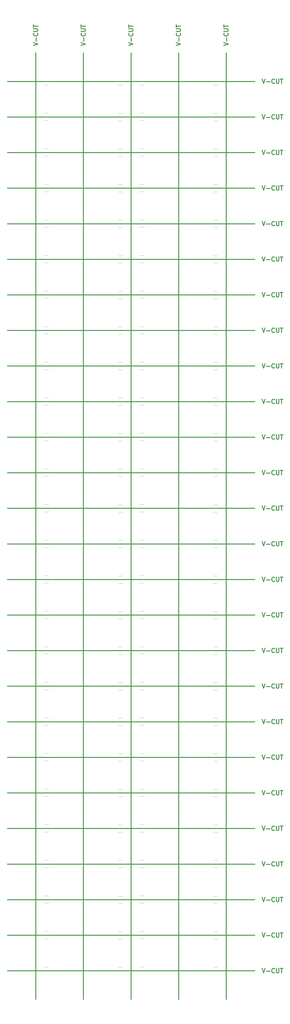
<source format=gbr>
G04 #@! TF.GenerationSoftware,KiCad,Pcbnew,6.0.0-rc2-unknown-a17a58203b~144~ubuntu21.04.1*
G04 #@! TF.CreationDate,2022-06-23T18:37:23+02:00*
G04 #@! TF.ProjectId,out,6f75742e-6b69-4636-9164-5f7063625858,rev?*
G04 #@! TF.SameCoordinates,Original*
G04 #@! TF.FileFunction,Other,Comment*
%FSLAX46Y46*%
G04 Gerber Fmt 4.6, Leading zero omitted, Abs format (unit mm)*
G04 Created by KiCad (PCBNEW 6.0.0-rc2-unknown-a17a58203b~144~ubuntu21.04.1) date 2022-06-23 18:37:23*
%MOMM*%
%LPD*%
G01*
G04 APERTURE LIST*
%ADD10C,0.400000*%
%ADD11C,0.010160*%
G04 APERTURE END LIST*
D10*
X-3000000Y-123924999D02*
X110100000Y-123924999D01*
X-3000000Y-237849999D02*
X110100000Y-237849999D01*
X-3000000Y-189024999D02*
X110100000Y-189024999D01*
X53550000Y3000000D02*
X53550000Y-429879999D01*
X-3000000Y-351775000D02*
X110100000Y-351775000D01*
X-3000000Y-254124999D02*
X110100000Y-254124999D01*
X75324999Y3000000D02*
X75324999Y-429879999D01*
X-3000000Y-75100000D02*
X110100000Y-75100000D01*
X-3000000Y-10000000D02*
X110100000Y-10000000D01*
X-3000000Y-91375000D02*
X110100000Y-91375000D01*
X-3000000Y-319224999D02*
X110100000Y-319224999D01*
X-3000000Y-26275000D02*
X110100000Y-26275000D01*
X-3000000Y-107649999D02*
X110100000Y-107649999D01*
X-3000000Y-400599999D02*
X110100000Y-400599999D01*
X-3000000Y-416874999D02*
X110100000Y-416874999D01*
X10000000Y3000000D02*
X10000000Y-429879999D01*
X-3000000Y-58824999D02*
X110100000Y-58824999D01*
X-3000000Y-368049999D02*
X110100000Y-368049999D01*
X-3000000Y-156475000D02*
X110100000Y-156475000D01*
X97100000Y3000000D02*
X97100000Y-429879999D01*
X-3000000Y-140200000D02*
X110100000Y-140200000D01*
X-3000000Y-286674999D02*
X110100000Y-286674999D01*
X-3000000Y-221575000D02*
X110100000Y-221575000D01*
X-3000000Y-335500000D02*
X110100000Y-335500000D01*
X-3000000Y-384325000D02*
X110100000Y-384325000D01*
X-3000000Y-42550000D02*
X110100000Y-42550000D01*
X-3000000Y-205299999D02*
X110100000Y-205299999D01*
X-3000000Y-270400000D02*
X110100000Y-270400000D01*
X-3000000Y-302950000D02*
X110100000Y-302950000D01*
X-3000000Y-172750000D02*
X110100000Y-172750000D01*
X31775000Y3000000D02*
X31775000Y-429879999D01*
X113550476Y-366954760D02*
X114217142Y-368954760D01*
X114883809Y-366954760D01*
X115550476Y-368192856D02*
X117074285Y-368192856D01*
X119169523Y-368764284D02*
X119074285Y-368859522D01*
X118788571Y-368954760D01*
X118598095Y-368954760D01*
X118312380Y-368859522D01*
X118121904Y-368669046D01*
X118026666Y-368478570D01*
X117931428Y-368097618D01*
X117931428Y-367811903D01*
X118026666Y-367430951D01*
X118121904Y-367240475D01*
X118312380Y-367049999D01*
X118598095Y-366954760D01*
X118788571Y-366954760D01*
X119074285Y-367049999D01*
X119169523Y-367145237D01*
X120026666Y-366954760D02*
X120026666Y-368573808D01*
X120121904Y-368764284D01*
X120217142Y-368859522D01*
X120407619Y-368954760D01*
X120788571Y-368954760D01*
X120979047Y-368859522D01*
X121074285Y-368764284D01*
X121169523Y-368573808D01*
X121169523Y-366954760D01*
X121836190Y-366954760D02*
X122979047Y-366954760D01*
X122407619Y-368954760D02*
X122407619Y-366954760D01*
X113550476Y-220479761D02*
X114217142Y-222479761D01*
X114883809Y-220479761D01*
X115550476Y-221717857D02*
X117074285Y-221717857D01*
X119169523Y-222289285D02*
X119074285Y-222384523D01*
X118788571Y-222479761D01*
X118598095Y-222479761D01*
X118312380Y-222384523D01*
X118121904Y-222194047D01*
X118026666Y-222003571D01*
X117931428Y-221622619D01*
X117931428Y-221336904D01*
X118026666Y-220955952D01*
X118121904Y-220765476D01*
X118312380Y-220575000D01*
X118598095Y-220479761D01*
X118788571Y-220479761D01*
X119074285Y-220575000D01*
X119169523Y-220670238D01*
X120026666Y-220479761D02*
X120026666Y-222098809D01*
X120121904Y-222289285D01*
X120217142Y-222384523D01*
X120407619Y-222479761D01*
X120788571Y-222479761D01*
X120979047Y-222384523D01*
X121074285Y-222289285D01*
X121169523Y-222098809D01*
X121169523Y-220479761D01*
X121836190Y-220479761D02*
X122979047Y-220479761D01*
X122407619Y-222479761D02*
X122407619Y-220479761D01*
X113550476Y-74004761D02*
X114217142Y-76004761D01*
X114883809Y-74004761D01*
X115550476Y-75242857D02*
X117074285Y-75242857D01*
X119169523Y-75814285D02*
X119074285Y-75909523D01*
X118788571Y-76004761D01*
X118598095Y-76004761D01*
X118312380Y-75909523D01*
X118121904Y-75719047D01*
X118026666Y-75528571D01*
X117931428Y-75147619D01*
X117931428Y-74861904D01*
X118026666Y-74480952D01*
X118121904Y-74290476D01*
X118312380Y-74100000D01*
X118598095Y-74004761D01*
X118788571Y-74004761D01*
X119074285Y-74100000D01*
X119169523Y-74195238D01*
X120026666Y-74004761D02*
X120026666Y-75623809D01*
X120121904Y-75814285D01*
X120217142Y-75909523D01*
X120407619Y-76004761D01*
X120788571Y-76004761D01*
X120979047Y-75909523D01*
X121074285Y-75814285D01*
X121169523Y-75623809D01*
X121169523Y-74004761D01*
X121836190Y-74004761D02*
X122979047Y-74004761D01*
X122407619Y-76004761D02*
X122407619Y-74004761D01*
X113550476Y-25179761D02*
X114217142Y-27179761D01*
X114883809Y-25179761D01*
X115550476Y-26417857D02*
X117074285Y-26417857D01*
X119169523Y-26989285D02*
X119074285Y-27084523D01*
X118788571Y-27179761D01*
X118598095Y-27179761D01*
X118312380Y-27084523D01*
X118121904Y-26894047D01*
X118026666Y-26703571D01*
X117931428Y-26322619D01*
X117931428Y-26036904D01*
X118026666Y-25655952D01*
X118121904Y-25465476D01*
X118312380Y-25275000D01*
X118598095Y-25179761D01*
X118788571Y-25179761D01*
X119074285Y-25275000D01*
X119169523Y-25370238D01*
X120026666Y-25179761D02*
X120026666Y-26798809D01*
X120121904Y-26989285D01*
X120217142Y-27084523D01*
X120407619Y-27179761D01*
X120788571Y-27179761D01*
X120979047Y-27084523D01*
X121074285Y-26989285D01*
X121169523Y-26798809D01*
X121169523Y-25179761D01*
X121836190Y-25179761D02*
X122979047Y-25179761D01*
X122407619Y-27179761D02*
X122407619Y-25179761D01*
X113550476Y-171654761D02*
X114217142Y-173654761D01*
X114883809Y-171654761D01*
X115550476Y-172892857D02*
X117074285Y-172892857D01*
X119169523Y-173464285D02*
X119074285Y-173559523D01*
X118788571Y-173654761D01*
X118598095Y-173654761D01*
X118312380Y-173559523D01*
X118121904Y-173369047D01*
X118026666Y-173178571D01*
X117931428Y-172797619D01*
X117931428Y-172511904D01*
X118026666Y-172130952D01*
X118121904Y-171940476D01*
X118312380Y-171750000D01*
X118598095Y-171654761D01*
X118788571Y-171654761D01*
X119074285Y-171750000D01*
X119169523Y-171845238D01*
X120026666Y-171654761D02*
X120026666Y-173273809D01*
X120121904Y-173464285D01*
X120217142Y-173559523D01*
X120407619Y-173654761D01*
X120788571Y-173654761D01*
X120979047Y-173559523D01*
X121074285Y-173464285D01*
X121169523Y-173273809D01*
X121169523Y-171654761D01*
X121836190Y-171654761D02*
X122979047Y-171654761D01*
X122407619Y-173654761D02*
X122407619Y-171654761D01*
X113550476Y-269304761D02*
X114217142Y-271304761D01*
X114883809Y-269304761D01*
X115550476Y-270542857D02*
X117074285Y-270542857D01*
X119169523Y-271114285D02*
X119074285Y-271209523D01*
X118788571Y-271304761D01*
X118598095Y-271304761D01*
X118312380Y-271209523D01*
X118121904Y-271019047D01*
X118026666Y-270828571D01*
X117931428Y-270447619D01*
X117931428Y-270161904D01*
X118026666Y-269780952D01*
X118121904Y-269590476D01*
X118312380Y-269400000D01*
X118598095Y-269304761D01*
X118788571Y-269304761D01*
X119074285Y-269400000D01*
X119169523Y-269495238D01*
X120026666Y-269304761D02*
X120026666Y-270923809D01*
X120121904Y-271114285D01*
X120217142Y-271209523D01*
X120407619Y-271304761D01*
X120788571Y-271304761D01*
X120979047Y-271209523D01*
X121074285Y-271114285D01*
X121169523Y-270923809D01*
X121169523Y-269304761D01*
X121836190Y-269304761D02*
X122979047Y-269304761D01*
X122407619Y-271304761D02*
X122407619Y-269304761D01*
X113550476Y-318129760D02*
X114217142Y-320129760D01*
X114883809Y-318129760D01*
X115550476Y-319367856D02*
X117074285Y-319367856D01*
X119169523Y-319939284D02*
X119074285Y-320034522D01*
X118788571Y-320129760D01*
X118598095Y-320129760D01*
X118312380Y-320034522D01*
X118121904Y-319844046D01*
X118026666Y-319653570D01*
X117931428Y-319272618D01*
X117931428Y-318986903D01*
X118026666Y-318605951D01*
X118121904Y-318415475D01*
X118312380Y-318224999D01*
X118598095Y-318129760D01*
X118788571Y-318129760D01*
X119074285Y-318224999D01*
X119169523Y-318320237D01*
X120026666Y-318129760D02*
X120026666Y-319748808D01*
X120121904Y-319939284D01*
X120217142Y-320034522D01*
X120407619Y-320129760D01*
X120788571Y-320129760D01*
X120979047Y-320034522D01*
X121074285Y-319939284D01*
X121169523Y-319748808D01*
X121169523Y-318129760D01*
X121836190Y-318129760D02*
X122979047Y-318129760D01*
X122407619Y-320129760D02*
X122407619Y-318129760D01*
X113550476Y-204204760D02*
X114217142Y-206204760D01*
X114883809Y-204204760D01*
X115550476Y-205442856D02*
X117074285Y-205442856D01*
X119169523Y-206014284D02*
X119074285Y-206109522D01*
X118788571Y-206204760D01*
X118598095Y-206204760D01*
X118312380Y-206109522D01*
X118121904Y-205919046D01*
X118026666Y-205728570D01*
X117931428Y-205347618D01*
X117931428Y-205061903D01*
X118026666Y-204680951D01*
X118121904Y-204490475D01*
X118312380Y-204299999D01*
X118598095Y-204204760D01*
X118788571Y-204204760D01*
X119074285Y-204299999D01*
X119169523Y-204395237D01*
X120026666Y-204204760D02*
X120026666Y-205823808D01*
X120121904Y-206014284D01*
X120217142Y-206109522D01*
X120407619Y-206204760D01*
X120788571Y-206204760D01*
X120979047Y-206109522D01*
X121074285Y-206014284D01*
X121169523Y-205823808D01*
X121169523Y-204204760D01*
X121836190Y-204204760D02*
X122979047Y-204204760D01*
X122407619Y-206204760D02*
X122407619Y-204204760D01*
X113550476Y-383229761D02*
X114217142Y-385229761D01*
X114883809Y-383229761D01*
X115550476Y-384467857D02*
X117074285Y-384467857D01*
X119169523Y-385039285D02*
X119074285Y-385134523D01*
X118788571Y-385229761D01*
X118598095Y-385229761D01*
X118312380Y-385134523D01*
X118121904Y-384944047D01*
X118026666Y-384753571D01*
X117931428Y-384372619D01*
X117931428Y-384086904D01*
X118026666Y-383705952D01*
X118121904Y-383515476D01*
X118312380Y-383325000D01*
X118598095Y-383229761D01*
X118788571Y-383229761D01*
X119074285Y-383325000D01*
X119169523Y-383420238D01*
X120026666Y-383229761D02*
X120026666Y-384848809D01*
X120121904Y-385039285D01*
X120217142Y-385134523D01*
X120407619Y-385229761D01*
X120788571Y-385229761D01*
X120979047Y-385134523D01*
X121074285Y-385039285D01*
X121169523Y-384848809D01*
X121169523Y-383229761D01*
X121836190Y-383229761D02*
X122979047Y-383229761D01*
X122407619Y-385229761D02*
X122407619Y-383229761D01*
X113550476Y-122829760D02*
X114217142Y-124829760D01*
X114883809Y-122829760D01*
X115550476Y-124067856D02*
X117074285Y-124067856D01*
X119169523Y-124639284D02*
X119074285Y-124734522D01*
X118788571Y-124829760D01*
X118598095Y-124829760D01*
X118312380Y-124734522D01*
X118121904Y-124544046D01*
X118026666Y-124353570D01*
X117931428Y-123972618D01*
X117931428Y-123686903D01*
X118026666Y-123305951D01*
X118121904Y-123115475D01*
X118312380Y-122924999D01*
X118598095Y-122829760D01*
X118788571Y-122829760D01*
X119074285Y-122924999D01*
X119169523Y-123020237D01*
X120026666Y-122829760D02*
X120026666Y-124448808D01*
X120121904Y-124639284D01*
X120217142Y-124734522D01*
X120407619Y-124829760D01*
X120788571Y-124829760D01*
X120979047Y-124734522D01*
X121074285Y-124639284D01*
X121169523Y-124448808D01*
X121169523Y-122829760D01*
X121836190Y-122829760D02*
X122979047Y-122829760D01*
X122407619Y-124829760D02*
X122407619Y-122829760D01*
X113550476Y-350679761D02*
X114217142Y-352679761D01*
X114883809Y-350679761D01*
X115550476Y-351917857D02*
X117074285Y-351917857D01*
X119169523Y-352489285D02*
X119074285Y-352584523D01*
X118788571Y-352679761D01*
X118598095Y-352679761D01*
X118312380Y-352584523D01*
X118121904Y-352394047D01*
X118026666Y-352203571D01*
X117931428Y-351822619D01*
X117931428Y-351536904D01*
X118026666Y-351155952D01*
X118121904Y-350965476D01*
X118312380Y-350775000D01*
X118598095Y-350679761D01*
X118788571Y-350679761D01*
X119074285Y-350775000D01*
X119169523Y-350870238D01*
X120026666Y-350679761D02*
X120026666Y-352298809D01*
X120121904Y-352489285D01*
X120217142Y-352584523D01*
X120407619Y-352679761D01*
X120788571Y-352679761D01*
X120979047Y-352584523D01*
X121074285Y-352489285D01*
X121169523Y-352298809D01*
X121169523Y-350679761D01*
X121836190Y-350679761D02*
X122979047Y-350679761D01*
X122407619Y-352679761D02*
X122407619Y-350679761D01*
X113550476Y-187929760D02*
X114217142Y-189929760D01*
X114883809Y-187929760D01*
X115550476Y-189167856D02*
X117074285Y-189167856D01*
X119169523Y-189739284D02*
X119074285Y-189834522D01*
X118788571Y-189929760D01*
X118598095Y-189929760D01*
X118312380Y-189834522D01*
X118121904Y-189644046D01*
X118026666Y-189453570D01*
X117931428Y-189072618D01*
X117931428Y-188786903D01*
X118026666Y-188405951D01*
X118121904Y-188215475D01*
X118312380Y-188024999D01*
X118598095Y-187929760D01*
X118788571Y-187929760D01*
X119074285Y-188024999D01*
X119169523Y-188120237D01*
X120026666Y-187929760D02*
X120026666Y-189548808D01*
X120121904Y-189739284D01*
X120217142Y-189834522D01*
X120407619Y-189929760D01*
X120788571Y-189929760D01*
X120979047Y-189834522D01*
X121074285Y-189739284D01*
X121169523Y-189548808D01*
X121169523Y-187929760D01*
X121836190Y-187929760D02*
X122979047Y-187929760D01*
X122407619Y-189929760D02*
X122407619Y-187929760D01*
X113550476Y-236754760D02*
X114217142Y-238754760D01*
X114883809Y-236754760D01*
X115550476Y-237992856D02*
X117074285Y-237992856D01*
X119169523Y-238564284D02*
X119074285Y-238659522D01*
X118788571Y-238754760D01*
X118598095Y-238754760D01*
X118312380Y-238659522D01*
X118121904Y-238469046D01*
X118026666Y-238278570D01*
X117931428Y-237897618D01*
X117931428Y-237611903D01*
X118026666Y-237230951D01*
X118121904Y-237040475D01*
X118312380Y-236849999D01*
X118598095Y-236754760D01*
X118788571Y-236754760D01*
X119074285Y-236849999D01*
X119169523Y-236945237D01*
X120026666Y-236754760D02*
X120026666Y-238373808D01*
X120121904Y-238564284D01*
X120217142Y-238659522D01*
X120407619Y-238754760D01*
X120788571Y-238754760D01*
X120979047Y-238659522D01*
X121074285Y-238564284D01*
X121169523Y-238373808D01*
X121169523Y-236754760D01*
X121836190Y-236754760D02*
X122979047Y-236754760D01*
X122407619Y-238754760D02*
X122407619Y-236754760D01*
X30679761Y6450476D02*
X32679761Y7117142D01*
X30679761Y7783809D01*
X31917857Y8450476D02*
X31917857Y9974285D01*
X32489285Y12069523D02*
X32584523Y11974285D01*
X32679761Y11688571D01*
X32679761Y11498095D01*
X32584523Y11212380D01*
X32394047Y11021904D01*
X32203571Y10926666D01*
X31822619Y10831428D01*
X31536904Y10831428D01*
X31155952Y10926666D01*
X30965476Y11021904D01*
X30775000Y11212380D01*
X30679761Y11498095D01*
X30679761Y11688571D01*
X30775000Y11974285D01*
X30870238Y12069523D01*
X30679761Y12926666D02*
X32298809Y12926666D01*
X32489285Y13021904D01*
X32584523Y13117142D01*
X32679761Y13307619D01*
X32679761Y13688571D01*
X32584523Y13879047D01*
X32489285Y13974285D01*
X32298809Y14069523D01*
X30679761Y14069523D01*
X30679761Y14736190D02*
X30679761Y15879047D01*
X32679761Y15307619D02*
X30679761Y15307619D01*
X113550476Y-415779760D02*
X114217142Y-417779760D01*
X114883809Y-415779760D01*
X115550476Y-417017856D02*
X117074285Y-417017856D01*
X119169523Y-417589284D02*
X119074285Y-417684522D01*
X118788571Y-417779760D01*
X118598095Y-417779760D01*
X118312380Y-417684522D01*
X118121904Y-417494046D01*
X118026666Y-417303570D01*
X117931428Y-416922618D01*
X117931428Y-416636903D01*
X118026666Y-416255951D01*
X118121904Y-416065475D01*
X118312380Y-415874999D01*
X118598095Y-415779760D01*
X118788571Y-415779760D01*
X119074285Y-415874999D01*
X119169523Y-415970237D01*
X120026666Y-415779760D02*
X120026666Y-417398808D01*
X120121904Y-417589284D01*
X120217142Y-417684522D01*
X120407619Y-417779760D01*
X120788571Y-417779760D01*
X120979047Y-417684522D01*
X121074285Y-417589284D01*
X121169523Y-417398808D01*
X121169523Y-415779760D01*
X121836190Y-415779760D02*
X122979047Y-415779760D01*
X122407619Y-417779760D02*
X122407619Y-415779760D01*
X113550476Y-41454761D02*
X114217142Y-43454761D01*
X114883809Y-41454761D01*
X115550476Y-42692857D02*
X117074285Y-42692857D01*
X119169523Y-43264285D02*
X119074285Y-43359523D01*
X118788571Y-43454761D01*
X118598095Y-43454761D01*
X118312380Y-43359523D01*
X118121904Y-43169047D01*
X118026666Y-42978571D01*
X117931428Y-42597619D01*
X117931428Y-42311904D01*
X118026666Y-41930952D01*
X118121904Y-41740476D01*
X118312380Y-41550000D01*
X118598095Y-41454761D01*
X118788571Y-41454761D01*
X119074285Y-41550000D01*
X119169523Y-41645238D01*
X120026666Y-41454761D02*
X120026666Y-43073809D01*
X120121904Y-43264285D01*
X120217142Y-43359523D01*
X120407619Y-43454761D01*
X120788571Y-43454761D01*
X120979047Y-43359523D01*
X121074285Y-43264285D01*
X121169523Y-43073809D01*
X121169523Y-41454761D01*
X121836190Y-41454761D02*
X122979047Y-41454761D01*
X122407619Y-43454761D02*
X122407619Y-41454761D01*
X113550476Y-301854761D02*
X114217142Y-303854761D01*
X114883809Y-301854761D01*
X115550476Y-303092857D02*
X117074285Y-303092857D01*
X119169523Y-303664285D02*
X119074285Y-303759523D01*
X118788571Y-303854761D01*
X118598095Y-303854761D01*
X118312380Y-303759523D01*
X118121904Y-303569047D01*
X118026666Y-303378571D01*
X117931428Y-302997619D01*
X117931428Y-302711904D01*
X118026666Y-302330952D01*
X118121904Y-302140476D01*
X118312380Y-301950000D01*
X118598095Y-301854761D01*
X118788571Y-301854761D01*
X119074285Y-301950000D01*
X119169523Y-302045238D01*
X120026666Y-301854761D02*
X120026666Y-303473809D01*
X120121904Y-303664285D01*
X120217142Y-303759523D01*
X120407619Y-303854761D01*
X120788571Y-303854761D01*
X120979047Y-303759523D01*
X121074285Y-303664285D01*
X121169523Y-303473809D01*
X121169523Y-301854761D01*
X121836190Y-301854761D02*
X122979047Y-301854761D01*
X122407619Y-303854761D02*
X122407619Y-301854761D01*
X96004761Y6450476D02*
X98004761Y7117142D01*
X96004761Y7783809D01*
X97242857Y8450476D02*
X97242857Y9974285D01*
X97814285Y12069523D02*
X97909523Y11974285D01*
X98004761Y11688571D01*
X98004761Y11498095D01*
X97909523Y11212380D01*
X97719047Y11021904D01*
X97528571Y10926666D01*
X97147619Y10831428D01*
X96861904Y10831428D01*
X96480952Y10926666D01*
X96290476Y11021904D01*
X96100000Y11212380D01*
X96004761Y11498095D01*
X96004761Y11688571D01*
X96100000Y11974285D01*
X96195238Y12069523D01*
X96004761Y12926666D02*
X97623809Y12926666D01*
X97814285Y13021904D01*
X97909523Y13117142D01*
X98004761Y13307619D01*
X98004761Y13688571D01*
X97909523Y13879047D01*
X97814285Y13974285D01*
X97623809Y14069523D01*
X96004761Y14069523D01*
X96004761Y14736190D02*
X96004761Y15879047D01*
X98004761Y15307619D02*
X96004761Y15307619D01*
X113550476Y-399504760D02*
X114217142Y-401504760D01*
X114883809Y-399504760D01*
X115550476Y-400742856D02*
X117074285Y-400742856D01*
X119169523Y-401314284D02*
X119074285Y-401409522D01*
X118788571Y-401504760D01*
X118598095Y-401504760D01*
X118312380Y-401409522D01*
X118121904Y-401219046D01*
X118026666Y-401028570D01*
X117931428Y-400647618D01*
X117931428Y-400361903D01*
X118026666Y-399980951D01*
X118121904Y-399790475D01*
X118312380Y-399599999D01*
X118598095Y-399504760D01*
X118788571Y-399504760D01*
X119074285Y-399599999D01*
X119169523Y-399695237D01*
X120026666Y-399504760D02*
X120026666Y-401123808D01*
X120121904Y-401314284D01*
X120217142Y-401409522D01*
X120407619Y-401504760D01*
X120788571Y-401504760D01*
X120979047Y-401409522D01*
X121074285Y-401314284D01*
X121169523Y-401123808D01*
X121169523Y-399504760D01*
X121836190Y-399504760D02*
X122979047Y-399504760D01*
X122407619Y-401504760D02*
X122407619Y-399504760D01*
X113550476Y-8904761D02*
X114217142Y-10904761D01*
X114883809Y-8904761D01*
X115550476Y-10142857D02*
X117074285Y-10142857D01*
X119169523Y-10714285D02*
X119074285Y-10809523D01*
X118788571Y-10904761D01*
X118598095Y-10904761D01*
X118312380Y-10809523D01*
X118121904Y-10619047D01*
X118026666Y-10428571D01*
X117931428Y-10047619D01*
X117931428Y-9761904D01*
X118026666Y-9380952D01*
X118121904Y-9190476D01*
X118312380Y-9000000D01*
X118598095Y-8904761D01*
X118788571Y-8904761D01*
X119074285Y-9000000D01*
X119169523Y-9095238D01*
X120026666Y-8904761D02*
X120026666Y-10523809D01*
X120121904Y-10714285D01*
X120217142Y-10809523D01*
X120407619Y-10904761D01*
X120788571Y-10904761D01*
X120979047Y-10809523D01*
X121074285Y-10714285D01*
X121169523Y-10523809D01*
X121169523Y-8904761D01*
X121836190Y-8904761D02*
X122979047Y-8904761D01*
X122407619Y-10904761D02*
X122407619Y-8904761D01*
X113550476Y-57729760D02*
X114217142Y-59729760D01*
X114883809Y-57729760D01*
X115550476Y-58967856D02*
X117074285Y-58967856D01*
X119169523Y-59539284D02*
X119074285Y-59634522D01*
X118788571Y-59729760D01*
X118598095Y-59729760D01*
X118312380Y-59634522D01*
X118121904Y-59444046D01*
X118026666Y-59253570D01*
X117931428Y-58872618D01*
X117931428Y-58586903D01*
X118026666Y-58205951D01*
X118121904Y-58015475D01*
X118312380Y-57824999D01*
X118598095Y-57729760D01*
X118788571Y-57729760D01*
X119074285Y-57824999D01*
X119169523Y-57920237D01*
X120026666Y-57729760D02*
X120026666Y-59348808D01*
X120121904Y-59539284D01*
X120217142Y-59634522D01*
X120407619Y-59729760D01*
X120788571Y-59729760D01*
X120979047Y-59634522D01*
X121074285Y-59539284D01*
X121169523Y-59348808D01*
X121169523Y-57729760D01*
X121836190Y-57729760D02*
X122979047Y-57729760D01*
X122407619Y-59729760D02*
X122407619Y-57729760D01*
X113550476Y-334404761D02*
X114217142Y-336404761D01*
X114883809Y-334404761D01*
X115550476Y-335642857D02*
X117074285Y-335642857D01*
X119169523Y-336214285D02*
X119074285Y-336309523D01*
X118788571Y-336404761D01*
X118598095Y-336404761D01*
X118312380Y-336309523D01*
X118121904Y-336119047D01*
X118026666Y-335928571D01*
X117931428Y-335547619D01*
X117931428Y-335261904D01*
X118026666Y-334880952D01*
X118121904Y-334690476D01*
X118312380Y-334500000D01*
X118598095Y-334404761D01*
X118788571Y-334404761D01*
X119074285Y-334500000D01*
X119169523Y-334595238D01*
X120026666Y-334404761D02*
X120026666Y-336023809D01*
X120121904Y-336214285D01*
X120217142Y-336309523D01*
X120407619Y-336404761D01*
X120788571Y-336404761D01*
X120979047Y-336309523D01*
X121074285Y-336214285D01*
X121169523Y-336023809D01*
X121169523Y-334404761D01*
X121836190Y-334404761D02*
X122979047Y-334404761D01*
X122407619Y-336404761D02*
X122407619Y-334404761D01*
X113550476Y-90279761D02*
X114217142Y-92279761D01*
X114883809Y-90279761D01*
X115550476Y-91517857D02*
X117074285Y-91517857D01*
X119169523Y-92089285D02*
X119074285Y-92184523D01*
X118788571Y-92279761D01*
X118598095Y-92279761D01*
X118312380Y-92184523D01*
X118121904Y-91994047D01*
X118026666Y-91803571D01*
X117931428Y-91422619D01*
X117931428Y-91136904D01*
X118026666Y-90755952D01*
X118121904Y-90565476D01*
X118312380Y-90375000D01*
X118598095Y-90279761D01*
X118788571Y-90279761D01*
X119074285Y-90375000D01*
X119169523Y-90470238D01*
X120026666Y-90279761D02*
X120026666Y-91898809D01*
X120121904Y-92089285D01*
X120217142Y-92184523D01*
X120407619Y-92279761D01*
X120788571Y-92279761D01*
X120979047Y-92184523D01*
X121074285Y-92089285D01*
X121169523Y-91898809D01*
X121169523Y-90279761D01*
X121836190Y-90279761D02*
X122979047Y-90279761D01*
X122407619Y-92279761D02*
X122407619Y-90279761D01*
X113550476Y-253029760D02*
X114217142Y-255029760D01*
X114883809Y-253029760D01*
X115550476Y-254267856D02*
X117074285Y-254267856D01*
X119169523Y-254839284D02*
X119074285Y-254934522D01*
X118788571Y-255029760D01*
X118598095Y-255029760D01*
X118312380Y-254934522D01*
X118121904Y-254744046D01*
X118026666Y-254553570D01*
X117931428Y-254172618D01*
X117931428Y-253886903D01*
X118026666Y-253505951D01*
X118121904Y-253315475D01*
X118312380Y-253124999D01*
X118598095Y-253029760D01*
X118788571Y-253029760D01*
X119074285Y-253124999D01*
X119169523Y-253220237D01*
X120026666Y-253029760D02*
X120026666Y-254648808D01*
X120121904Y-254839284D01*
X120217142Y-254934522D01*
X120407619Y-255029760D01*
X120788571Y-255029760D01*
X120979047Y-254934522D01*
X121074285Y-254839284D01*
X121169523Y-254648808D01*
X121169523Y-253029760D01*
X121836190Y-253029760D02*
X122979047Y-253029760D01*
X122407619Y-255029760D02*
X122407619Y-253029760D01*
X52454761Y6450476D02*
X54454761Y7117142D01*
X52454761Y7783809D01*
X53692857Y8450476D02*
X53692857Y9974285D01*
X54264285Y12069523D02*
X54359523Y11974285D01*
X54454761Y11688571D01*
X54454761Y11498095D01*
X54359523Y11212380D01*
X54169047Y11021904D01*
X53978571Y10926666D01*
X53597619Y10831428D01*
X53311904Y10831428D01*
X52930952Y10926666D01*
X52740476Y11021904D01*
X52550000Y11212380D01*
X52454761Y11498095D01*
X52454761Y11688571D01*
X52550000Y11974285D01*
X52645238Y12069523D01*
X52454761Y12926666D02*
X54073809Y12926666D01*
X54264285Y13021904D01*
X54359523Y13117142D01*
X54454761Y13307619D01*
X54454761Y13688571D01*
X54359523Y13879047D01*
X54264285Y13974285D01*
X54073809Y14069523D01*
X52454761Y14069523D01*
X52454761Y14736190D02*
X52454761Y15879047D01*
X54454761Y15307619D02*
X52454761Y15307619D01*
X113550476Y-106554760D02*
X114217142Y-108554760D01*
X114883809Y-106554760D01*
X115550476Y-107792856D02*
X117074285Y-107792856D01*
X119169523Y-108364284D02*
X119074285Y-108459522D01*
X118788571Y-108554760D01*
X118598095Y-108554760D01*
X118312380Y-108459522D01*
X118121904Y-108269046D01*
X118026666Y-108078570D01*
X117931428Y-107697618D01*
X117931428Y-107411903D01*
X118026666Y-107030951D01*
X118121904Y-106840475D01*
X118312380Y-106649999D01*
X118598095Y-106554760D01*
X118788571Y-106554760D01*
X119074285Y-106649999D01*
X119169523Y-106745237D01*
X120026666Y-106554760D02*
X120026666Y-108173808D01*
X120121904Y-108364284D01*
X120217142Y-108459522D01*
X120407619Y-108554760D01*
X120788571Y-108554760D01*
X120979047Y-108459522D01*
X121074285Y-108364284D01*
X121169523Y-108173808D01*
X121169523Y-106554760D01*
X121836190Y-106554760D02*
X122979047Y-106554760D01*
X122407619Y-108554760D02*
X122407619Y-106554760D01*
X113550476Y-155379761D02*
X114217142Y-157379761D01*
X114883809Y-155379761D01*
X115550476Y-156617857D02*
X117074285Y-156617857D01*
X119169523Y-157189285D02*
X119074285Y-157284523D01*
X118788571Y-157379761D01*
X118598095Y-157379761D01*
X118312380Y-157284523D01*
X118121904Y-157094047D01*
X118026666Y-156903571D01*
X117931428Y-156522619D01*
X117931428Y-156236904D01*
X118026666Y-155855952D01*
X118121904Y-155665476D01*
X118312380Y-155475000D01*
X118598095Y-155379761D01*
X118788571Y-155379761D01*
X119074285Y-155475000D01*
X119169523Y-155570238D01*
X120026666Y-155379761D02*
X120026666Y-156998809D01*
X120121904Y-157189285D01*
X120217142Y-157284523D01*
X120407619Y-157379761D01*
X120788571Y-157379761D01*
X120979047Y-157284523D01*
X121074285Y-157189285D01*
X121169523Y-156998809D01*
X121169523Y-155379761D01*
X121836190Y-155379761D02*
X122979047Y-155379761D01*
X122407619Y-157379761D02*
X122407619Y-155379761D01*
X8904761Y6450476D02*
X10904761Y7117142D01*
X8904761Y7783809D01*
X10142857Y8450476D02*
X10142857Y9974285D01*
X10714285Y12069523D02*
X10809523Y11974285D01*
X10904761Y11688571D01*
X10904761Y11498095D01*
X10809523Y11212380D01*
X10619047Y11021904D01*
X10428571Y10926666D01*
X10047619Y10831428D01*
X9761904Y10831428D01*
X9380952Y10926666D01*
X9190476Y11021904D01*
X9000000Y11212380D01*
X8904761Y11498095D01*
X8904761Y11688571D01*
X9000000Y11974285D01*
X9095238Y12069523D01*
X8904761Y12926666D02*
X10523809Y12926666D01*
X10714285Y13021904D01*
X10809523Y13117142D01*
X10904761Y13307619D01*
X10904761Y13688571D01*
X10809523Y13879047D01*
X10714285Y13974285D01*
X10523809Y14069523D01*
X8904761Y14069523D01*
X8904761Y14736190D02*
X8904761Y15879047D01*
X10904761Y15307619D02*
X8904761Y15307619D01*
X113550476Y-139104761D02*
X114217142Y-141104761D01*
X114883809Y-139104761D01*
X115550476Y-140342857D02*
X117074285Y-140342857D01*
X119169523Y-140914285D02*
X119074285Y-141009523D01*
X118788571Y-141104761D01*
X118598095Y-141104761D01*
X118312380Y-141009523D01*
X118121904Y-140819047D01*
X118026666Y-140628571D01*
X117931428Y-140247619D01*
X117931428Y-139961904D01*
X118026666Y-139580952D01*
X118121904Y-139390476D01*
X118312380Y-139200000D01*
X118598095Y-139104761D01*
X118788571Y-139104761D01*
X119074285Y-139200000D01*
X119169523Y-139295238D01*
X120026666Y-139104761D02*
X120026666Y-140723809D01*
X120121904Y-140914285D01*
X120217142Y-141009523D01*
X120407619Y-141104761D01*
X120788571Y-141104761D01*
X120979047Y-141009523D01*
X121074285Y-140914285D01*
X121169523Y-140723809D01*
X121169523Y-139104761D01*
X121836190Y-139104761D02*
X122979047Y-139104761D01*
X122407619Y-141104761D02*
X122407619Y-139104761D01*
X113550476Y-285579760D02*
X114217142Y-287579760D01*
X114883809Y-285579760D01*
X115550476Y-286817856D02*
X117074285Y-286817856D01*
X119169523Y-287389284D02*
X119074285Y-287484522D01*
X118788571Y-287579760D01*
X118598095Y-287579760D01*
X118312380Y-287484522D01*
X118121904Y-287294046D01*
X118026666Y-287103570D01*
X117931428Y-286722618D01*
X117931428Y-286436903D01*
X118026666Y-286055951D01*
X118121904Y-285865475D01*
X118312380Y-285674999D01*
X118598095Y-285579760D01*
X118788571Y-285579760D01*
X119074285Y-285674999D01*
X119169523Y-285770237D01*
X120026666Y-285579760D02*
X120026666Y-287198808D01*
X120121904Y-287389284D01*
X120217142Y-287484522D01*
X120407619Y-287579760D01*
X120788571Y-287579760D01*
X120979047Y-287484522D01*
X121074285Y-287389284D01*
X121169523Y-287198808D01*
X121169523Y-285579760D01*
X121836190Y-285579760D02*
X122979047Y-285579760D01*
X122407619Y-287579760D02*
X122407619Y-285579760D01*
X74229760Y6450476D02*
X76229760Y7117142D01*
X74229760Y7783809D01*
X75467856Y8450476D02*
X75467856Y9974285D01*
X76039284Y12069523D02*
X76134522Y11974285D01*
X76229760Y11688571D01*
X76229760Y11498095D01*
X76134522Y11212380D01*
X75944046Y11021904D01*
X75753570Y10926666D01*
X75372618Y10831428D01*
X75086903Y10831428D01*
X74705951Y10926666D01*
X74515475Y11021904D01*
X74324999Y11212380D01*
X74229760Y11498095D01*
X74229760Y11688571D01*
X74324999Y11974285D01*
X74420237Y12069523D01*
X74229760Y12926666D02*
X75848808Y12926666D01*
X76039284Y13021904D01*
X76134522Y13117142D01*
X76229760Y13307619D01*
X76229760Y13688571D01*
X76134522Y13879047D01*
X76039284Y13974285D01*
X75848808Y14069523D01*
X74229760Y14069523D01*
X74229760Y14736190D02*
X74229760Y15879047D01*
X76229760Y15307619D02*
X74229760Y15307619D01*
D11*
X91221839Y-252497659D02*
X93223359Y-252497659D01*
X91221839Y-239599539D02*
X93223359Y-239599539D01*
X15878160Y-158102339D02*
X13876640Y-158102339D01*
X15878160Y-171000459D02*
X13876640Y-171000459D01*
X59428160Y-252375459D02*
X57426640Y-252375459D01*
X59428160Y-239477339D02*
X57426640Y-239477339D01*
X59428160Y-304577340D02*
X57426640Y-304577340D01*
X59428160Y-317475460D02*
X57426640Y-317475460D01*
X91221839Y-40922659D02*
X93223359Y-40922659D01*
X91221839Y-28024539D02*
X93223359Y-28024539D01*
X59428160Y-105900460D02*
X57426640Y-105900460D01*
X59428160Y-93002340D02*
X57426640Y-93002340D01*
X91221839Y-320974539D02*
X93223359Y-320974539D01*
X91221839Y-333872659D02*
X93223359Y-333872659D01*
X91221839Y-415247659D02*
X93223359Y-415247659D01*
X91221839Y-402349539D02*
X93223359Y-402349539D01*
X47671839Y-219947659D02*
X49673359Y-219947659D01*
X47671839Y-207049539D02*
X49673359Y-207049539D01*
X91221839Y-350147660D02*
X93223359Y-350147660D01*
X91221839Y-337249540D02*
X93223359Y-337249540D01*
X59428160Y-268650460D02*
X57426640Y-268650460D01*
X59428160Y-255752340D02*
X57426640Y-255752340D01*
X47671839Y-76849540D02*
X49673359Y-76849540D01*
X47671839Y-89747660D02*
X49673359Y-89747660D01*
X15878160Y-40800459D02*
X13876640Y-40800459D01*
X15878160Y-27902339D02*
X13876640Y-27902339D01*
X47671839Y-350147660D02*
X49673359Y-350147660D01*
X47671839Y-337249540D02*
X49673359Y-337249540D01*
X59428160Y-44177340D02*
X57426640Y-44177340D01*
X59428160Y-57075460D02*
X57426640Y-57075460D01*
X47671839Y-109399540D02*
X49673359Y-109399540D01*
X47671839Y-122297660D02*
X49673359Y-122297660D01*
X59428160Y-398850460D02*
X57426640Y-398850460D01*
X59428160Y-385952340D02*
X57426640Y-385952340D01*
X47671839Y-223324539D02*
X49673359Y-223324539D01*
X47671839Y-236222659D02*
X49673359Y-236222659D01*
X15878160Y-353402339D02*
X13876640Y-353402339D01*
X15878160Y-366300459D02*
X13876640Y-366300459D01*
X91221839Y-122297660D02*
X93223359Y-122297660D01*
X91221839Y-109399540D02*
X93223359Y-109399540D01*
X91221839Y-219947659D02*
X93223359Y-219947659D01*
X91221839Y-207049539D02*
X93223359Y-207049539D01*
X15878160Y-402227339D02*
X13876640Y-402227339D01*
X15878160Y-415125459D02*
X13876640Y-415125459D01*
X91221839Y-24647660D02*
X93223359Y-24647660D01*
X91221839Y-11749540D02*
X93223359Y-11749540D01*
X59428160Y-320852339D02*
X57426640Y-320852339D01*
X59428160Y-333750459D02*
X57426640Y-333750459D01*
X91221839Y-268772660D02*
X93223359Y-268772660D01*
X91221839Y-255874540D02*
X93223359Y-255874540D01*
X91221839Y-187397660D02*
X93223359Y-187397660D01*
X91221839Y-174499540D02*
X93223359Y-174499540D01*
X59428160Y-171000459D02*
X57426640Y-171000459D01*
X59428160Y-158102339D02*
X57426640Y-158102339D01*
X47671839Y-252497659D02*
X49673359Y-252497659D01*
X47671839Y-239599539D02*
X49673359Y-239599539D01*
X15878160Y-223202339D02*
X13876640Y-223202339D01*
X15878160Y-236100459D02*
X13876640Y-236100459D01*
X15878160Y-268650460D02*
X13876640Y-268650460D01*
X15878160Y-255752340D02*
X13876640Y-255752340D01*
X91221839Y-93124540D02*
X93223359Y-93124540D01*
X91221839Y-106022660D02*
X93223359Y-106022660D01*
X91221839Y-301322659D02*
X93223359Y-301322659D01*
X91221839Y-288424539D02*
X93223359Y-288424539D01*
X47671839Y-171122659D02*
X49673359Y-171122659D01*
X47671839Y-158224539D02*
X49673359Y-158224539D01*
X47671839Y-398972660D02*
X49673359Y-398972660D01*
X47671839Y-386074540D02*
X49673359Y-386074540D01*
X91221839Y-236222659D02*
X93223359Y-236222659D01*
X91221839Y-223324539D02*
X93223359Y-223324539D01*
X47671839Y-190774539D02*
X49673359Y-190774539D01*
X47671839Y-203672659D02*
X49673359Y-203672659D01*
X47671839Y-28024539D02*
X49673359Y-28024539D01*
X47671839Y-40922659D02*
X49673359Y-40922659D01*
X47671839Y-24647660D02*
X49673359Y-24647660D01*
X47671839Y-11749540D02*
X49673359Y-11749540D01*
X15878160Y-76727340D02*
X13876640Y-76727340D01*
X15878160Y-89625460D02*
X13876640Y-89625460D01*
X59428160Y-415125459D02*
X57426640Y-415125459D01*
X59428160Y-402227339D02*
X57426640Y-402227339D01*
X59428160Y-219825459D02*
X57426640Y-219825459D01*
X59428160Y-206927339D02*
X57426640Y-206927339D01*
X59428160Y-203550459D02*
X57426640Y-203550459D01*
X59428160Y-190652339D02*
X57426640Y-190652339D01*
X47671839Y-255874540D02*
X49673359Y-255874540D01*
X47671839Y-268772660D02*
X49673359Y-268772660D01*
X59428160Y-76727340D02*
X57426640Y-76727340D01*
X59428160Y-89625460D02*
X57426640Y-89625460D01*
X47671839Y-317597660D02*
X49673359Y-317597660D01*
X47671839Y-304699540D02*
X49673359Y-304699540D01*
X15878160Y-154725459D02*
X13876640Y-154725459D01*
X15878160Y-141827339D02*
X13876640Y-141827339D01*
X47671839Y-141949539D02*
X49673359Y-141949539D01*
X47671839Y-154847659D02*
X49673359Y-154847659D01*
X59428160Y-138450459D02*
X57426640Y-138450459D01*
X59428160Y-125552339D02*
X57426640Y-125552339D01*
X15878160Y-350025460D02*
X13876640Y-350025460D01*
X15878160Y-337127340D02*
X13876640Y-337127340D01*
X47671839Y-320974539D02*
X49673359Y-320974539D01*
X47671839Y-333872659D02*
X49673359Y-333872659D01*
X47671839Y-301322659D02*
X49673359Y-301322659D01*
X47671839Y-288424539D02*
X49673359Y-288424539D01*
X91221839Y-76849540D02*
X93223359Y-76849540D01*
X91221839Y-89747660D02*
X93223359Y-89747660D01*
X91221839Y-138572659D02*
X93223359Y-138572659D01*
X91221839Y-125674539D02*
X93223359Y-125674539D01*
X59428160Y-301200459D02*
X57426640Y-301200459D01*
X59428160Y-288302339D02*
X57426640Y-288302339D01*
X15878160Y-317475460D02*
X13876640Y-317475460D01*
X15878160Y-304577340D02*
X13876640Y-304577340D01*
X59428160Y-187275460D02*
X57426640Y-187275460D01*
X59428160Y-174377340D02*
X57426640Y-174377340D01*
X59428160Y-353402339D02*
X57426640Y-353402339D01*
X59428160Y-366300459D02*
X57426640Y-366300459D01*
X15878160Y-398850460D02*
X13876640Y-398850460D01*
X15878160Y-385952340D02*
X13876640Y-385952340D01*
X59428160Y-337127340D02*
X57426640Y-337127340D01*
X59428160Y-350025460D02*
X57426640Y-350025460D01*
X91221839Y-190774539D02*
X93223359Y-190774539D01*
X91221839Y-203672659D02*
X93223359Y-203672659D01*
X59428160Y-154725459D02*
X57426640Y-154725459D01*
X59428160Y-141827339D02*
X57426640Y-141827339D01*
X47671839Y-174499540D02*
X49673359Y-174499540D01*
X47671839Y-187397660D02*
X49673359Y-187397660D01*
X59428160Y-236100459D02*
X57426640Y-236100459D01*
X59428160Y-223202339D02*
X57426640Y-223202339D01*
X15878160Y-206927339D02*
X13876640Y-206927339D01*
X15878160Y-219825459D02*
X13876640Y-219825459D01*
X59428160Y-369677339D02*
X57426640Y-369677339D01*
X59428160Y-382575459D02*
X57426640Y-382575459D01*
X91221839Y-366422659D02*
X93223359Y-366422659D01*
X91221839Y-353524539D02*
X93223359Y-353524539D01*
X15878160Y-252375459D02*
X13876640Y-252375459D01*
X15878160Y-239477339D02*
X13876640Y-239477339D01*
X15878160Y-203550459D02*
X13876640Y-203550459D01*
X15878160Y-190652339D02*
X13876640Y-190652339D01*
X59428160Y-122175460D02*
X57426640Y-122175460D01*
X59428160Y-109277340D02*
X57426640Y-109277340D01*
X15878160Y-93002340D02*
X13876640Y-93002340D01*
X15878160Y-105900460D02*
X13876640Y-105900460D01*
X15878160Y-109277340D02*
X13876640Y-109277340D01*
X15878160Y-122175460D02*
X13876640Y-122175460D01*
X15878160Y-301200459D02*
X13876640Y-301200459D01*
X15878160Y-288302339D02*
X13876640Y-288302339D01*
X47671839Y-73472659D02*
X49673359Y-73472659D01*
X47671839Y-60574539D02*
X49673359Y-60574539D01*
X91221839Y-398972660D02*
X93223359Y-398972660D01*
X91221839Y-386074540D02*
X93223359Y-386074540D01*
X47671839Y-44299540D02*
X49673359Y-44299540D01*
X47671839Y-57197660D02*
X49673359Y-57197660D01*
X59428160Y-24525460D02*
X57426640Y-24525460D01*
X59428160Y-11627340D02*
X57426640Y-11627340D01*
X47671839Y-402349539D02*
X49673359Y-402349539D01*
X47671839Y-415247659D02*
X49673359Y-415247659D01*
X15878160Y-60452339D02*
X13876640Y-60452339D01*
X15878160Y-73350459D02*
X13876640Y-73350459D01*
X47671839Y-353524539D02*
X49673359Y-353524539D01*
X47671839Y-366422659D02*
X49673359Y-366422659D01*
X59428160Y-27902339D02*
X57426640Y-27902339D01*
X59428160Y-40800459D02*
X57426640Y-40800459D01*
X15878160Y-333750459D02*
X13876640Y-333750459D01*
X15878160Y-320852339D02*
X13876640Y-320852339D01*
X15878160Y-11627340D02*
X13876640Y-11627340D01*
X15878160Y-24525460D02*
X13876640Y-24525460D01*
X91221839Y-369799539D02*
X93223359Y-369799539D01*
X91221839Y-382697659D02*
X93223359Y-382697659D01*
X15878160Y-382575459D02*
X13876640Y-382575459D01*
X15878160Y-369677339D02*
X13876640Y-369677339D01*
X91221839Y-317597660D02*
X93223359Y-317597660D01*
X91221839Y-304699540D02*
X93223359Y-304699540D01*
X15878160Y-272027339D02*
X13876640Y-272027339D01*
X15878160Y-284925459D02*
X13876640Y-284925459D01*
X91221839Y-57197660D02*
X93223359Y-57197660D01*
X91221839Y-44299540D02*
X93223359Y-44299540D01*
X15878160Y-187275460D02*
X13876640Y-187275460D01*
X15878160Y-174377340D02*
X13876640Y-174377340D01*
X47671839Y-369799539D02*
X49673359Y-369799539D01*
X47671839Y-382697659D02*
X49673359Y-382697659D01*
X15878160Y-57075460D02*
X13876640Y-57075460D01*
X15878160Y-44177340D02*
X13876640Y-44177340D01*
X91221839Y-154847659D02*
X93223359Y-154847659D01*
X91221839Y-141949539D02*
X93223359Y-141949539D01*
X47671839Y-125674539D02*
X49673359Y-125674539D01*
X47671839Y-138572659D02*
X49673359Y-138572659D01*
X91221839Y-158224539D02*
X93223359Y-158224539D01*
X91221839Y-171122659D02*
X93223359Y-171122659D01*
X47671839Y-285047659D02*
X49673359Y-285047659D01*
X47671839Y-272149539D02*
X49673359Y-272149539D01*
X91221839Y-285047659D02*
X93223359Y-285047659D01*
X91221839Y-272149539D02*
X93223359Y-272149539D01*
X59428160Y-284925459D02*
X57426640Y-284925459D01*
X59428160Y-272027339D02*
X57426640Y-272027339D01*
X59428160Y-60452339D02*
X57426640Y-60452339D01*
X59428160Y-73350459D02*
X57426640Y-73350459D01*
X47671839Y-93124540D02*
X49673359Y-93124540D01*
X47671839Y-106022660D02*
X49673359Y-106022660D01*
X91221839Y-60574539D02*
X93223359Y-60574539D01*
X91221839Y-73472659D02*
X93223359Y-73472659D01*
X15878160Y-125552339D02*
X13876640Y-125552339D01*
X15878160Y-138450459D02*
X13876640Y-138450459D01*
M02*

</source>
